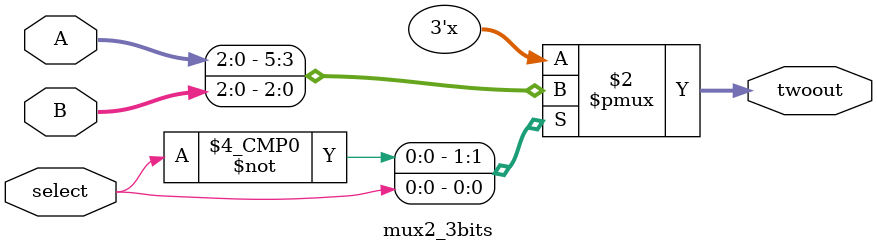
<source format=sv>
module mux4
(
       input logic [1:0] select, //select bit
       input logic [15:0] A,
       input logic [15:0] B,
       input logic [15:0] C,
       input logic [15:0] D,
       output logic[15:0] fourout
    );
    always_comb
        begin
        unique case(select)
            2'b00: fourout = A;
            2'b01: fourout = B;
            2'b10: fourout = C;
            2'b11: fourout = D;
        endcase
        end
    
endmodule

module pcmux3 
(
       input logic [1:0] select, //select bit
       input logic [15:0] A,
       input logic [15:0] B,
       input logic [15:0] C,
       output logic[15:0] PC_MUX_OUT
    );
    

        
    always_comb
        begin
        case(select)
            2'b00: PC_MUX_OUT = A+16'd1;
            2'b01: PC_MUX_OUT = B;
            2'b10: PC_MUX_OUT = C;
            default : PC_MUX_OUT = A;
        endcase
        end
    
endmodule

module muxbus // we exclude the bus for ALU and MARMUX since week 1 no need
(
       input logic [3:0] select, //select bit
       input logic [15:0] A,
       input logic [15:0] B,
       input logic [15:0] C,
       input logic [15:0] D,
       output logic[15:0] busout
    );
    always_comb
        begin
        unique case(select)
            4'b0001: busout = A;
            4'b0010: busout = B;
            4'b0100: busout = C;
            4'b1000: busout = D;
            default: busout = 16'd0;
        endcase
        end
    
endmodule

module mux2
(
       input logic select, //select bit
       input logic [15:0] A,
       input logic [15:0] B,
       output logic[15:0] twoout
    );
    always_comb
        begin
        unique case(select)
            1'b0: twoout = A;
            1'b1: twoout = B;
        endcase
        end
    
endmodule

module mux2_3bits
(
       input logic select, //select bit
       input logic [2:0] A,
       input logic [2:0] B,
       output logic[2:0] twoout
    );
    always_comb
        begin
        unique case(select)
            1'b0: twoout = A;
            1'b1: twoout = B;
        endcase
        end
    
endmodule
</source>
